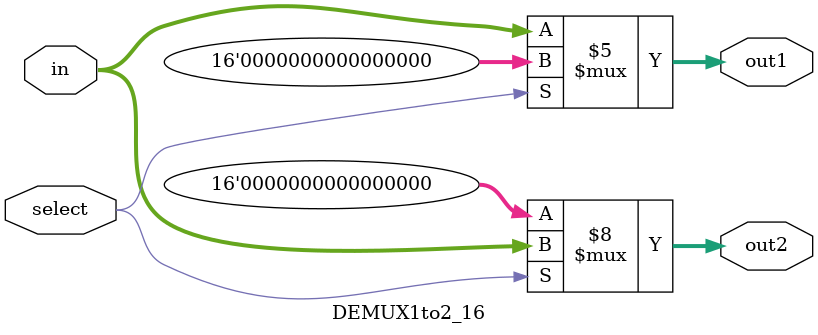
<source format=v>
module DEMUX1to2_16(in,select,out1,out2);

parameter N = 16; // default width
input select;
input [N-1:0] in;
output reg [N-1:0] out1, out2;
always @(select or in) 
begin
 if (select == 1) out2 = in; else out2 = {N{1'b0}};
 if (select == 0) out1 = in; else out1 = {N{1'b0}};
end

endmodule
</source>
